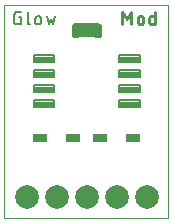
<source format=gts>
G75*
%MOIN*%
%OFA0B0*%
%FSLAX25Y25*%
%IPPOS*%
%LPD*%
%AMOC8*
5,1,8,0,0,1.08239X$1,22.5*
%
%ADD10C,0.00000*%
%ADD11C,0.00800*%
%ADD12C,0.00900*%
%ADD13C,0.01680*%
%ADD14R,0.03600X0.04737*%
%ADD15R,0.02800X0.04737*%
%ADD16C,0.00771*%
%ADD17R,0.04934X0.03162*%
%ADD18C,0.07887*%
D10*
X0003300Y0003800D02*
X0003300Y0074761D01*
X0058001Y0074761D01*
X0058001Y0003800D01*
X0003300Y0003800D01*
D11*
X0007633Y0068200D02*
X0009033Y0068200D01*
X0009033Y0070533D01*
X0008333Y0070533D01*
X0006700Y0071467D02*
X0006702Y0071528D01*
X0006708Y0071589D01*
X0006718Y0071649D01*
X0006732Y0071708D01*
X0006750Y0071767D01*
X0006771Y0071824D01*
X0006796Y0071880D01*
X0006825Y0071933D01*
X0006857Y0071985D01*
X0006893Y0072035D01*
X0006932Y0072082D01*
X0006973Y0072127D01*
X0007018Y0072168D01*
X0007065Y0072207D01*
X0007115Y0072243D01*
X0007166Y0072275D01*
X0007220Y0072304D01*
X0007276Y0072329D01*
X0007333Y0072350D01*
X0007392Y0072368D01*
X0007451Y0072382D01*
X0007511Y0072392D01*
X0007572Y0072398D01*
X0007633Y0072400D01*
X0009033Y0072400D01*
X0011297Y0072400D02*
X0011297Y0068900D01*
X0011299Y0068850D01*
X0011304Y0068800D01*
X0011313Y0068751D01*
X0011325Y0068703D01*
X0011341Y0068655D01*
X0011360Y0068609D01*
X0011383Y0068565D01*
X0011408Y0068522D01*
X0011437Y0068481D01*
X0011468Y0068442D01*
X0011502Y0068405D01*
X0011539Y0068371D01*
X0011578Y0068340D01*
X0011619Y0068311D01*
X0011662Y0068286D01*
X0011706Y0068263D01*
X0011752Y0068244D01*
X0011800Y0068228D01*
X0011848Y0068216D01*
X0011897Y0068207D01*
X0011947Y0068202D01*
X0011997Y0068200D01*
X0013683Y0069133D02*
X0013683Y0070067D01*
X0013684Y0070067D02*
X0013686Y0070127D01*
X0013692Y0070186D01*
X0013701Y0070245D01*
X0013715Y0070304D01*
X0013732Y0070361D01*
X0013752Y0070417D01*
X0013776Y0070472D01*
X0013804Y0070525D01*
X0013835Y0070576D01*
X0013869Y0070625D01*
X0013907Y0070672D01*
X0013947Y0070716D01*
X0013990Y0070758D01*
X0014035Y0070796D01*
X0014083Y0070832D01*
X0014133Y0070865D01*
X0014185Y0070894D01*
X0014239Y0070920D01*
X0014295Y0070943D01*
X0014352Y0070961D01*
X0014409Y0070977D01*
X0014468Y0070988D01*
X0014527Y0070996D01*
X0014587Y0071000D01*
X0014647Y0071000D01*
X0014707Y0070996D01*
X0014766Y0070988D01*
X0014825Y0070977D01*
X0014882Y0070961D01*
X0014939Y0070943D01*
X0014995Y0070920D01*
X0015049Y0070894D01*
X0015101Y0070865D01*
X0015151Y0070832D01*
X0015199Y0070796D01*
X0015244Y0070758D01*
X0015287Y0070716D01*
X0015327Y0070672D01*
X0015365Y0070625D01*
X0015399Y0070576D01*
X0015430Y0070525D01*
X0015458Y0070472D01*
X0015482Y0070417D01*
X0015502Y0070361D01*
X0015519Y0070304D01*
X0015533Y0070245D01*
X0015542Y0070186D01*
X0015548Y0070127D01*
X0015550Y0070067D01*
X0015550Y0069133D01*
X0015548Y0069073D01*
X0015542Y0069014D01*
X0015533Y0068955D01*
X0015519Y0068896D01*
X0015502Y0068839D01*
X0015482Y0068783D01*
X0015458Y0068728D01*
X0015430Y0068675D01*
X0015399Y0068624D01*
X0015365Y0068575D01*
X0015327Y0068528D01*
X0015287Y0068484D01*
X0015244Y0068442D01*
X0015199Y0068404D01*
X0015151Y0068368D01*
X0015101Y0068335D01*
X0015049Y0068306D01*
X0014995Y0068280D01*
X0014939Y0068257D01*
X0014882Y0068239D01*
X0014825Y0068223D01*
X0014766Y0068212D01*
X0014707Y0068204D01*
X0014647Y0068200D01*
X0014587Y0068200D01*
X0014527Y0068204D01*
X0014468Y0068212D01*
X0014409Y0068223D01*
X0014352Y0068239D01*
X0014295Y0068257D01*
X0014239Y0068280D01*
X0014185Y0068306D01*
X0014133Y0068335D01*
X0014083Y0068368D01*
X0014035Y0068404D01*
X0013990Y0068442D01*
X0013947Y0068484D01*
X0013907Y0068528D01*
X0013869Y0068575D01*
X0013835Y0068624D01*
X0013804Y0068675D01*
X0013776Y0068728D01*
X0013752Y0068783D01*
X0013732Y0068839D01*
X0013715Y0068896D01*
X0013701Y0068955D01*
X0013692Y0069014D01*
X0013686Y0069073D01*
X0013684Y0069133D01*
X0017567Y0071000D02*
X0018267Y0068200D01*
X0018967Y0070067D01*
X0019667Y0068200D01*
X0020367Y0071000D01*
X0007633Y0068200D02*
X0007574Y0068202D01*
X0007516Y0068207D01*
X0007458Y0068217D01*
X0007401Y0068229D01*
X0007345Y0068246D01*
X0007290Y0068266D01*
X0007236Y0068289D01*
X0007184Y0068315D01*
X0007133Y0068345D01*
X0007085Y0068378D01*
X0007038Y0068414D01*
X0006994Y0068453D01*
X0006953Y0068494D01*
X0006914Y0068538D01*
X0006878Y0068585D01*
X0006845Y0068633D01*
X0006815Y0068684D01*
X0006789Y0068736D01*
X0006766Y0068790D01*
X0006746Y0068845D01*
X0006729Y0068901D01*
X0006717Y0068958D01*
X0006707Y0069016D01*
X0006702Y0069074D01*
X0006700Y0069133D01*
X0006700Y0071467D01*
D12*
X0042750Y0072350D02*
X0042750Y0068250D01*
X0044117Y0070072D02*
X0045483Y0072350D01*
X0045483Y0068250D01*
X0044117Y0070072D02*
X0042750Y0072350D01*
X0047856Y0070072D02*
X0047856Y0069161D01*
X0047858Y0069101D01*
X0047864Y0069042D01*
X0047874Y0068983D01*
X0047887Y0068925D01*
X0047904Y0068868D01*
X0047925Y0068812D01*
X0047950Y0068758D01*
X0047978Y0068706D01*
X0048010Y0068655D01*
X0048044Y0068606D01*
X0048082Y0068560D01*
X0048123Y0068517D01*
X0048166Y0068476D01*
X0048212Y0068438D01*
X0048261Y0068404D01*
X0048312Y0068372D01*
X0048364Y0068344D01*
X0048418Y0068319D01*
X0048474Y0068298D01*
X0048531Y0068281D01*
X0048589Y0068268D01*
X0048648Y0068258D01*
X0048707Y0068252D01*
X0048767Y0068250D01*
X0048827Y0068252D01*
X0048886Y0068258D01*
X0048945Y0068268D01*
X0049003Y0068281D01*
X0049060Y0068298D01*
X0049116Y0068319D01*
X0049170Y0068344D01*
X0049223Y0068372D01*
X0049273Y0068404D01*
X0049322Y0068438D01*
X0049368Y0068476D01*
X0049411Y0068517D01*
X0049452Y0068560D01*
X0049490Y0068606D01*
X0049524Y0068655D01*
X0049556Y0068706D01*
X0049584Y0068758D01*
X0049609Y0068812D01*
X0049630Y0068868D01*
X0049647Y0068925D01*
X0049660Y0068983D01*
X0049670Y0069042D01*
X0049676Y0069101D01*
X0049678Y0069161D01*
X0049678Y0070072D01*
X0049676Y0070132D01*
X0049670Y0070191D01*
X0049660Y0070250D01*
X0049647Y0070308D01*
X0049630Y0070365D01*
X0049609Y0070421D01*
X0049584Y0070475D01*
X0049556Y0070528D01*
X0049524Y0070578D01*
X0049490Y0070627D01*
X0049452Y0070673D01*
X0049411Y0070716D01*
X0049368Y0070757D01*
X0049322Y0070795D01*
X0049273Y0070829D01*
X0049223Y0070861D01*
X0049170Y0070889D01*
X0049116Y0070914D01*
X0049060Y0070935D01*
X0049003Y0070952D01*
X0048945Y0070965D01*
X0048886Y0070975D01*
X0048827Y0070981D01*
X0048767Y0070983D01*
X0048707Y0070981D01*
X0048648Y0070975D01*
X0048589Y0070965D01*
X0048531Y0070952D01*
X0048474Y0070935D01*
X0048418Y0070914D01*
X0048364Y0070889D01*
X0048312Y0070861D01*
X0048261Y0070829D01*
X0048212Y0070795D01*
X0048166Y0070757D01*
X0048123Y0070716D01*
X0048082Y0070673D01*
X0048044Y0070627D01*
X0048010Y0070578D01*
X0047978Y0070528D01*
X0047950Y0070475D01*
X0047925Y0070421D01*
X0047904Y0070365D01*
X0047887Y0070308D01*
X0047874Y0070250D01*
X0047864Y0070191D01*
X0047858Y0070132D01*
X0047856Y0070072D01*
X0051718Y0070300D02*
X0051718Y0068933D01*
X0051720Y0068882D01*
X0051726Y0068831D01*
X0051735Y0068781D01*
X0051748Y0068732D01*
X0051765Y0068683D01*
X0051786Y0068637D01*
X0051810Y0068592D01*
X0051837Y0068548D01*
X0051867Y0068507D01*
X0051900Y0068468D01*
X0051936Y0068432D01*
X0051975Y0068399D01*
X0052016Y0068369D01*
X0052060Y0068342D01*
X0052105Y0068318D01*
X0052151Y0068297D01*
X0052200Y0068280D01*
X0052249Y0068267D01*
X0052299Y0068258D01*
X0052350Y0068252D01*
X0052401Y0068250D01*
X0053540Y0068250D01*
X0053540Y0072350D01*
X0053540Y0070983D02*
X0052401Y0070983D01*
X0052350Y0070981D01*
X0052299Y0070975D01*
X0052249Y0070966D01*
X0052200Y0070953D01*
X0052151Y0070936D01*
X0052105Y0070915D01*
X0052060Y0070891D01*
X0052016Y0070864D01*
X0051975Y0070834D01*
X0051936Y0070801D01*
X0051900Y0070765D01*
X0051867Y0070726D01*
X0051837Y0070685D01*
X0051810Y0070642D01*
X0051786Y0070596D01*
X0051765Y0070550D01*
X0051748Y0070501D01*
X0051735Y0070452D01*
X0051726Y0070402D01*
X0051720Y0070351D01*
X0051718Y0070300D01*
D13*
X0035053Y0067828D02*
X0035053Y0064772D01*
X0033933Y0064772D01*
X0033933Y0067828D01*
X0035053Y0067828D01*
X0035053Y0066451D02*
X0033933Y0066451D01*
X0027667Y0067828D02*
X0027667Y0064772D01*
X0026547Y0064772D01*
X0026547Y0067828D01*
X0027667Y0067828D01*
X0027667Y0066451D02*
X0026547Y0066451D01*
D14*
X0030800Y0066300D03*
D15*
X0033525Y0066305D03*
X0028075Y0066300D03*
D16*
X0019890Y0055644D02*
X0013128Y0055644D01*
X0013128Y0057956D01*
X0019890Y0057956D01*
X0019890Y0055644D01*
X0019890Y0056414D02*
X0013128Y0056414D01*
X0013128Y0057184D02*
X0019890Y0057184D01*
X0019890Y0057954D02*
X0013128Y0057954D01*
X0013128Y0050644D02*
X0019890Y0050644D01*
X0013128Y0050644D02*
X0013128Y0052956D01*
X0019890Y0052956D01*
X0019890Y0050644D01*
X0019890Y0051414D02*
X0013128Y0051414D01*
X0013128Y0052184D02*
X0019890Y0052184D01*
X0019890Y0052954D02*
X0013128Y0052954D01*
X0013128Y0045644D02*
X0019890Y0045644D01*
X0013128Y0045644D02*
X0013128Y0047956D01*
X0019890Y0047956D01*
X0019890Y0045644D01*
X0019890Y0046414D02*
X0013128Y0046414D01*
X0013128Y0047184D02*
X0019890Y0047184D01*
X0019890Y0047954D02*
X0013128Y0047954D01*
X0013128Y0040644D02*
X0019890Y0040644D01*
X0013128Y0040644D02*
X0013128Y0042956D01*
X0019890Y0042956D01*
X0019890Y0040644D01*
X0019890Y0041414D02*
X0013128Y0041414D01*
X0013128Y0042184D02*
X0019890Y0042184D01*
X0019890Y0042954D02*
X0013128Y0042954D01*
X0041710Y0040644D02*
X0048472Y0040644D01*
X0041710Y0040644D02*
X0041710Y0042956D01*
X0048472Y0042956D01*
X0048472Y0040644D01*
X0048472Y0041414D02*
X0041710Y0041414D01*
X0041710Y0042184D02*
X0048472Y0042184D01*
X0048472Y0042954D02*
X0041710Y0042954D01*
X0041710Y0045644D02*
X0048472Y0045644D01*
X0041710Y0045644D02*
X0041710Y0047956D01*
X0048472Y0047956D01*
X0048472Y0045644D01*
X0048472Y0046414D02*
X0041710Y0046414D01*
X0041710Y0047184D02*
X0048472Y0047184D01*
X0048472Y0047954D02*
X0041710Y0047954D01*
X0041710Y0050644D02*
X0048472Y0050644D01*
X0041710Y0050644D02*
X0041710Y0052956D01*
X0048472Y0052956D01*
X0048472Y0050644D01*
X0048472Y0051414D02*
X0041710Y0051414D01*
X0041710Y0052184D02*
X0048472Y0052184D01*
X0048472Y0052954D02*
X0041710Y0052954D01*
X0041710Y0055644D02*
X0048472Y0055644D01*
X0041710Y0055644D02*
X0041710Y0057956D01*
X0048472Y0057956D01*
X0048472Y0055644D01*
X0048472Y0056414D02*
X0041710Y0056414D01*
X0041710Y0057184D02*
X0048472Y0057184D01*
X0048472Y0057954D02*
X0041710Y0057954D01*
D17*
X0046312Y0030300D03*
X0035288Y0030300D03*
X0026312Y0030300D03*
X0015288Y0030300D03*
D18*
X0010800Y0010800D03*
X0020800Y0010800D03*
X0030800Y0010800D03*
X0040800Y0010800D03*
X0050800Y0010800D03*
M02*

</source>
